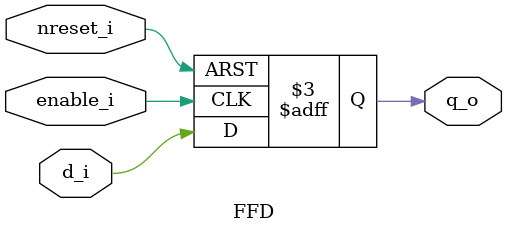
<source format=v>
module FFD( // negedge triggered
    input d_i,
    input enable_i,
    input nreset_i, // asynchronous low level reset
    output reg q_o
    );

    always @(negedge enable_i or negedge nreset_i) begin
        if (nreset_i == 1'b0)
            q_o <= 1'b0;
    
        else 
            q_o <= d_i;
    end
endmodule
</source>
